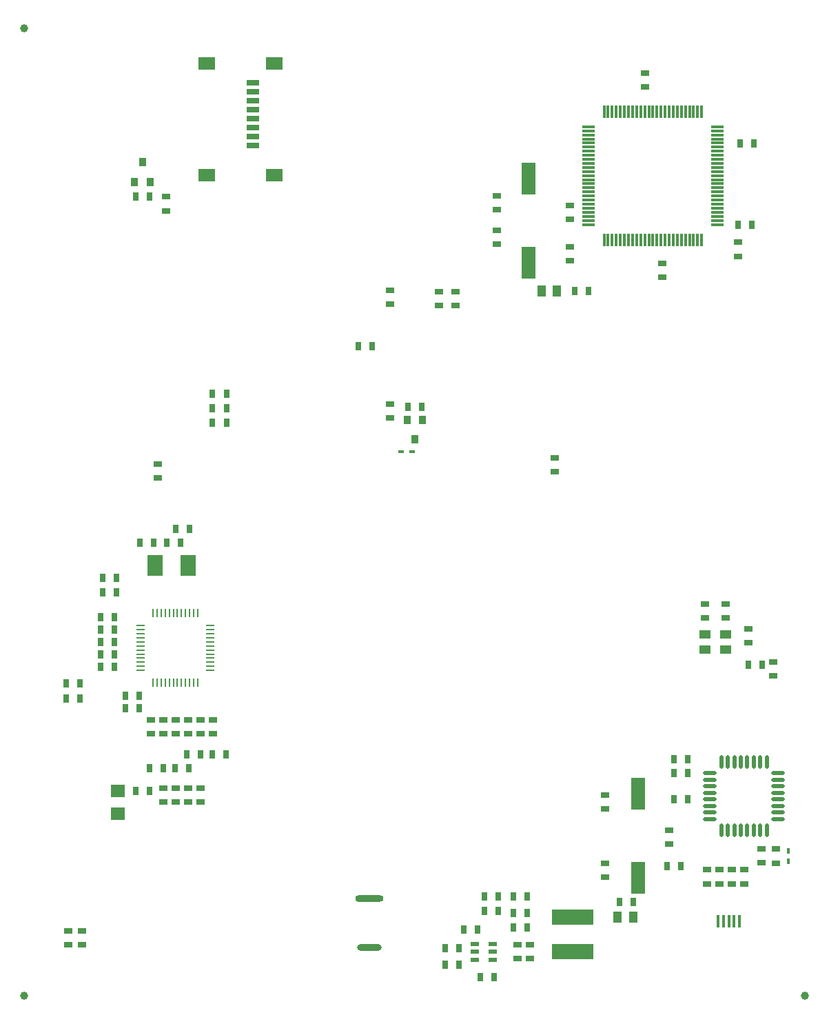
<source format=gbp>
G04 Layer_Color=128*
%FSLAX24Y24*%
%MOIN*%
G70*
G01*
G75*
%ADD10R,0.0394X0.0315*%
%ADD11R,0.0315X0.0394*%
%ADD12C,0.0394*%
%ADD43R,0.0807X0.0591*%
%ADD44R,0.0591X0.0315*%
%ADD45O,0.1181X0.0315*%
%ADD46O,0.1378X0.0315*%
%ADD47R,0.0591X0.0118*%
%ADD48R,0.0118X0.0591*%
%ADD49R,0.0650X0.1575*%
%ADD50R,0.0394X0.0551*%
%ADD51R,0.0335X0.0394*%
%ADD52R,0.0335X0.0394*%
%ADD53R,0.0276X0.0177*%
%ADD54R,0.0748X0.0984*%
%ADD55R,0.0394X0.0079*%
%ADD56R,0.0079X0.0394*%
%ADD57R,0.0709X0.0630*%
%ADD58R,0.0417X0.0236*%
%ADD59R,0.2008X0.0748*%
%ADD60R,0.0177X0.0591*%
%ADD61O,0.0650X0.0217*%
%ADD62O,0.0217X0.0650*%
%ADD63R,0.0177X0.0276*%
%ADD64R,0.0551X0.0394*%
D10*
X-4944Y6194D02*
D03*
Y6864D02*
D03*
X-2890Y7866D02*
D03*
Y7197D02*
D03*
X-10464Y7181D02*
D03*
Y6512D02*
D03*
Y9812D02*
D03*
Y10481D02*
D03*
X-14117Y3259D02*
D03*
Y2590D02*
D03*
X-14717Y3259D02*
D03*
Y2590D02*
D03*
X-30650Y13454D02*
D03*
Y14124D02*
D03*
X-32450Y13454D02*
D03*
Y14124D02*
D03*
X-30640Y10824D02*
D03*
Y10154D02*
D03*
X-31850Y10824D02*
D03*
Y10154D02*
D03*
X-31250Y10824D02*
D03*
Y10154D02*
D03*
X-20866Y34213D02*
D03*
Y34882D02*
D03*
X-4644Y19720D02*
D03*
X-4644Y19050D02*
D03*
X-5644Y19720D02*
D03*
X-5644Y19050D02*
D03*
X-30040Y10154D02*
D03*
X-30040Y10824D02*
D03*
X-35759Y3237D02*
D03*
X-35759Y3906D02*
D03*
X-29450Y14124D02*
D03*
X-29450Y13454D02*
D03*
X-30050Y14124D02*
D03*
X-30050Y13454D02*
D03*
X-31250Y14124D02*
D03*
X-31250Y13454D02*
D03*
X-31850Y14124D02*
D03*
X-31850Y13454D02*
D03*
X-36432Y3237D02*
D03*
X-36432Y3906D02*
D03*
X-18504Y34823D02*
D03*
X-18504Y34154D02*
D03*
X-17717Y34823D02*
D03*
X-17717Y34154D02*
D03*
X-31690Y39396D02*
D03*
X-31690Y38727D02*
D03*
X-32109Y26483D02*
D03*
X-32109Y25814D02*
D03*
X-12900Y26766D02*
D03*
X-12900Y26097D02*
D03*
X-20866Y28701D02*
D03*
X-20866Y29370D02*
D03*
X-8550Y45376D02*
D03*
Y44707D02*
D03*
X-4040Y36527D02*
D03*
X-4040Y37196D02*
D03*
X-7700Y35507D02*
D03*
Y36176D02*
D03*
X-12164Y38309D02*
D03*
Y38978D02*
D03*
X-15718Y38765D02*
D03*
Y39434D02*
D03*
Y37784D02*
D03*
Y37115D02*
D03*
X-12164Y36978D02*
D03*
X-12164Y36309D02*
D03*
X-7364Y8112D02*
D03*
X-7364Y8781D02*
D03*
X-3744Y6194D02*
D03*
X-3744Y6864D02*
D03*
X-4344Y6194D02*
D03*
X-4344Y6864D02*
D03*
X-5544Y6194D02*
D03*
Y6864D02*
D03*
X-2323Y16899D02*
D03*
X-2323Y16230D02*
D03*
X-2216Y7863D02*
D03*
X-2216Y7194D02*
D03*
X-3544Y18520D02*
D03*
Y17850D02*
D03*
D11*
X-16632Y3975D02*
D03*
X-17302D02*
D03*
X-14902Y4075D02*
D03*
X-14232D02*
D03*
X-14902Y4775D02*
D03*
X-14232D02*
D03*
X-16305Y4892D02*
D03*
X-15635D02*
D03*
X-34785Y20289D02*
D03*
X-34116D02*
D03*
X-34785Y20989D02*
D03*
X-34116D02*
D03*
X-33685Y15289D02*
D03*
X-33016D02*
D03*
X-34885Y16689D02*
D03*
X-34216D02*
D03*
X-34885Y17289D02*
D03*
X-34216D02*
D03*
X-34885Y18489D02*
D03*
X-34216D02*
D03*
X-34885Y17889D02*
D03*
X-34216D02*
D03*
X-33185Y10689D02*
D03*
X-32516D02*
D03*
X-34885Y19089D02*
D03*
X-34216D02*
D03*
X-30565Y23340D02*
D03*
X-31235D02*
D03*
X-32296Y22669D02*
D03*
X-32965D02*
D03*
X-21735Y32172D02*
D03*
X-22405D02*
D03*
X-11264Y34843D02*
D03*
X-11933Y34843D02*
D03*
X-16502Y1675D02*
D03*
X-15832Y1675D02*
D03*
X-18202Y3075D02*
D03*
X-17532Y3075D02*
D03*
X-14902Y5575D02*
D03*
X-14232Y5575D02*
D03*
X-9105Y5312D02*
D03*
X-9775Y5312D02*
D03*
X-16302Y5575D02*
D03*
X-15632Y5575D02*
D03*
X-17532Y2275D02*
D03*
X-18202Y2275D02*
D03*
X-30020Y12432D02*
D03*
X-30689Y12432D02*
D03*
X-29485Y12432D02*
D03*
X-28815Y12432D02*
D03*
X-28785Y29884D02*
D03*
X-29454Y29884D02*
D03*
X-28785Y29184D02*
D03*
X-29454Y29184D02*
D03*
X-28785Y28484D02*
D03*
X-29454Y28484D02*
D03*
X-32505Y11792D02*
D03*
X-31835Y11792D02*
D03*
X-30605Y11792D02*
D03*
X-31275Y11792D02*
D03*
X-33016Y14689D02*
D03*
X-33685Y14689D02*
D03*
X-30996Y22669D02*
D03*
X-31665Y22669D02*
D03*
X-33185Y39402D02*
D03*
X-32515Y39402D02*
D03*
X-19332Y29235D02*
D03*
X-20001Y29235D02*
D03*
X-3265Y41992D02*
D03*
X-3935D02*
D03*
X-3375Y38052D02*
D03*
X-4045D02*
D03*
X-36535Y15892D02*
D03*
X-35865Y15892D02*
D03*
X-36535Y15152D02*
D03*
X-35865Y15152D02*
D03*
X-6809Y7029D02*
D03*
X-7479Y7029D02*
D03*
X-7145Y10272D02*
D03*
X-6475D02*
D03*
X-7145Y11532D02*
D03*
X-6475Y11532D02*
D03*
X-7145Y12202D02*
D03*
X-6475Y12202D02*
D03*
X-3544Y16785D02*
D03*
X-2875Y16785D02*
D03*
D12*
X-787Y787D02*
D03*
X-38583Y47539D02*
D03*
X-38583Y787D02*
D03*
D43*
X-26466Y45855D02*
D03*
X-29734D02*
D03*
Y40442D02*
D03*
X-26466D02*
D03*
D44*
X-27490Y44920D02*
D03*
Y44487D02*
D03*
Y44054D02*
D03*
Y43621D02*
D03*
Y43188D02*
D03*
Y42755D02*
D03*
Y42322D02*
D03*
Y41889D02*
D03*
D45*
X-21861Y3102D02*
D03*
D46*
Y5464D02*
D03*
D47*
X-5045Y38059D02*
D03*
Y38256D02*
D03*
Y38453D02*
D03*
Y38650D02*
D03*
Y38846D02*
D03*
Y39043D02*
D03*
Y39240D02*
D03*
Y39437D02*
D03*
Y39634D02*
D03*
Y39831D02*
D03*
Y40028D02*
D03*
Y40224D02*
D03*
Y40421D02*
D03*
Y40618D02*
D03*
Y40815D02*
D03*
Y41012D02*
D03*
Y41209D02*
D03*
Y41406D02*
D03*
Y41602D02*
D03*
Y41799D02*
D03*
Y41996D02*
D03*
Y42193D02*
D03*
Y42390D02*
D03*
Y42587D02*
D03*
Y42783D02*
D03*
X-11264D02*
D03*
Y42587D02*
D03*
Y42390D02*
D03*
Y42193D02*
D03*
Y41996D02*
D03*
Y41799D02*
D03*
Y41602D02*
D03*
Y41406D02*
D03*
Y41209D02*
D03*
Y41012D02*
D03*
Y40815D02*
D03*
Y40618D02*
D03*
Y40421D02*
D03*
Y40224D02*
D03*
Y40028D02*
D03*
Y39831D02*
D03*
Y39634D02*
D03*
Y39437D02*
D03*
Y39240D02*
D03*
Y39043D02*
D03*
Y38846D02*
D03*
Y38650D02*
D03*
Y38453D02*
D03*
Y38256D02*
D03*
Y38059D02*
D03*
D48*
X-5792Y43523D02*
D03*
X-5989D02*
D03*
X-6186D02*
D03*
X-6383D02*
D03*
X-6579D02*
D03*
X-6776D02*
D03*
X-6973D02*
D03*
X-7170D02*
D03*
X-7367D02*
D03*
X-7564D02*
D03*
X-7760D02*
D03*
X-7957D02*
D03*
X-8154D02*
D03*
X-8351D02*
D03*
X-8548D02*
D03*
X-8745D02*
D03*
X-8942D02*
D03*
X-9138D02*
D03*
X-9335D02*
D03*
X-9532D02*
D03*
X-9729D02*
D03*
X-9926D02*
D03*
X-10123D02*
D03*
X-10320D02*
D03*
X-10516D02*
D03*
X-10516Y37325D02*
D03*
X-10320Y37319D02*
D03*
X-10123D02*
D03*
X-9926D02*
D03*
X-9729D02*
D03*
X-9532D02*
D03*
X-9335D02*
D03*
X-9138D02*
D03*
X-8942D02*
D03*
X-8745D02*
D03*
X-8548D02*
D03*
X-8351D02*
D03*
X-8154D02*
D03*
X-7957D02*
D03*
X-7760D02*
D03*
X-7564D02*
D03*
X-7367D02*
D03*
X-7170D02*
D03*
X-6973D02*
D03*
X-6776D02*
D03*
X-6579D02*
D03*
X-6383D02*
D03*
X-6186D02*
D03*
X-5989D02*
D03*
X-5792D02*
D03*
D49*
X-14155Y40272D02*
D03*
Y36224D02*
D03*
X-8880Y6487D02*
D03*
Y10535D02*
D03*
D50*
X-12790Y34843D02*
D03*
X-13538D02*
D03*
X-9854Y4569D02*
D03*
X-9106D02*
D03*
D51*
X-32476Y40119D02*
D03*
X-32850Y41064D02*
D03*
X-20040Y28608D02*
D03*
X-19666Y27663D02*
D03*
D52*
X-33224Y40119D02*
D03*
X-19292Y28608D02*
D03*
D53*
X-19813Y27067D02*
D03*
X-20344D02*
D03*
D54*
X-30623Y21569D02*
D03*
X-32237D02*
D03*
D55*
X-29577Y16506D02*
D03*
Y16703D02*
D03*
Y16900D02*
D03*
Y17097D02*
D03*
Y17294D02*
D03*
Y17491D02*
D03*
Y17687D02*
D03*
Y17884D02*
D03*
Y18081D02*
D03*
Y18278D02*
D03*
Y18475D02*
D03*
Y18672D02*
D03*
X-32924D02*
D03*
Y18475D02*
D03*
Y18278D02*
D03*
Y18081D02*
D03*
Y17884D02*
D03*
Y17687D02*
D03*
Y17491D02*
D03*
Y17294D02*
D03*
Y17097D02*
D03*
Y16900D02*
D03*
Y16703D02*
D03*
Y16506D02*
D03*
D56*
X-30168Y19262D02*
D03*
X-30365D02*
D03*
X-30561D02*
D03*
X-30758D02*
D03*
X-30955D02*
D03*
X-31152D02*
D03*
X-31349D02*
D03*
X-31546D02*
D03*
X-31743D02*
D03*
X-31939D02*
D03*
X-32136D02*
D03*
X-32333D02*
D03*
Y15916D02*
D03*
X-32136D02*
D03*
X-31939D02*
D03*
X-31743D02*
D03*
X-31546D02*
D03*
X-31349D02*
D03*
X-31152D02*
D03*
X-30955D02*
D03*
X-30758D02*
D03*
X-30561D02*
D03*
X-30365D02*
D03*
X-30168D02*
D03*
D57*
X-34020Y9590D02*
D03*
Y10693D02*
D03*
D58*
X-15899Y2901D02*
D03*
Y3274D02*
D03*
X-16766Y2526D02*
D03*
Y3274D02*
D03*
X-15899Y2526D02*
D03*
X-16766Y2901D02*
D03*
D59*
X-12040Y4569D02*
D03*
Y2915D02*
D03*
D60*
X-4995Y4367D02*
D03*
X-4739D02*
D03*
X-4483D02*
D03*
X-4227D02*
D03*
X-3971D02*
D03*
D61*
X-5398Y9327D02*
D03*
Y9642D02*
D03*
Y9957D02*
D03*
Y10272D02*
D03*
Y10587D02*
D03*
Y10902D02*
D03*
Y11217D02*
D03*
Y11531D02*
D03*
X-2091D02*
D03*
Y11217D02*
D03*
Y10902D02*
D03*
Y10587D02*
D03*
Y10272D02*
D03*
Y9957D02*
D03*
Y9642D02*
D03*
Y9327D02*
D03*
D62*
X-4846Y12083D02*
D03*
X-4531D02*
D03*
X-4217D02*
D03*
X-3902D02*
D03*
X-3587D02*
D03*
X-3272D02*
D03*
X-2957D02*
D03*
X-2642D02*
D03*
Y8776D02*
D03*
X-2957D02*
D03*
X-3272D02*
D03*
X-3587D02*
D03*
X-3902D02*
D03*
X-4217D02*
D03*
X-4531D02*
D03*
X-4846D02*
D03*
D63*
X-1616Y7794D02*
D03*
Y7263D02*
D03*
D64*
X-5644Y18259D02*
D03*
Y17511D02*
D03*
X-4644Y18259D02*
D03*
Y17511D02*
D03*
M02*

</source>
